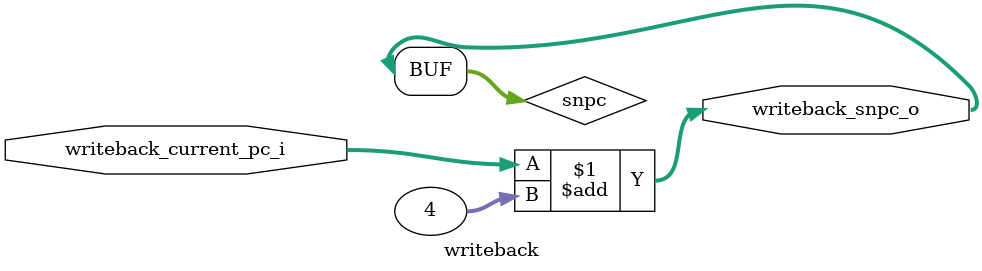
<source format=v>
module writeback (
    input [31:0] writeback_current_pc_i,
    output [31:0] writeback_snpc_o
);


// 涉及到后面的多周期流水线时，会完善这个模块的实现
// TODO: Implement the writeback module

    // 现在用于产生 snpc 信号
    wire [31:0] snpc;
    assign snpc = writeback_current_pc_i + 32'h4;
    assign writeback_snpc_o = snpc;
endmodule
</source>
